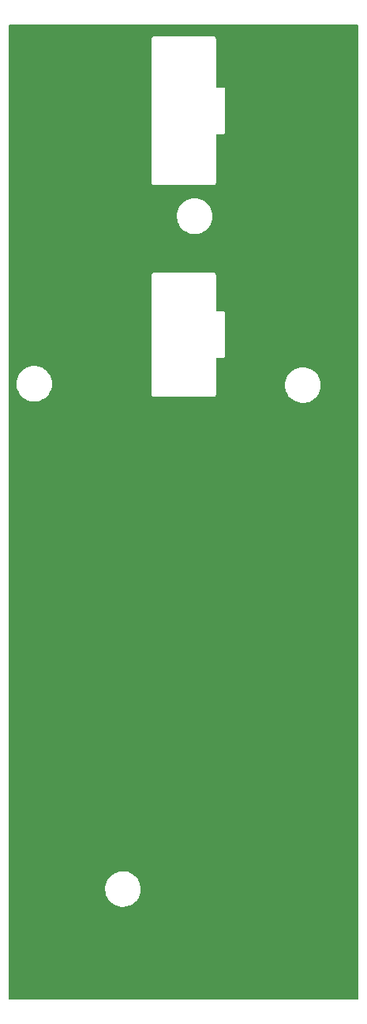
<source format=gtl>
%TF.GenerationSoftware,KiCad,Pcbnew,5.99.0-unknown-909dca71c~104~ubuntu18.04.1*%
%TF.CreationDate,2021-01-02T13:38:36-05:00*%
%TF.ProjectId,881_back_panel,3838315f-6261-4636-9b5f-70616e656c2e,rev?*%
%TF.SameCoordinates,Original*%
%TF.FileFunction,Copper,L1,Top*%
%TF.FilePolarity,Positive*%
%FSLAX46Y46*%
G04 Gerber Fmt 4.6, Leading zero omitted, Abs format (unit mm)*
G04 Created by KiCad (PCBNEW 5.99.0-unknown-909dca71c~104~ubuntu18.04.1) date 2021-01-02 13:38:36*
%MOMM*%
%LPD*%
G01*
G04 APERTURE LIST*
G04 APERTURE END LIST*
%TA.AperFunction,NonConductor*%
G36*
X149188121Y-55274002D02*
G01*
X149234614Y-55327658D01*
X149246000Y-55380000D01*
X149246001Y-159620000D01*
X149225999Y-159688121D01*
X149172343Y-159734614D01*
X149120001Y-159746000D01*
X111880000Y-159746000D01*
X111811879Y-159725998D01*
X111765386Y-159672342D01*
X111754000Y-159620000D01*
X111754000Y-147986643D01*
X122091966Y-147986643D01*
X122092501Y-147991161D01*
X122092501Y-147991167D01*
X122093936Y-148003291D01*
X122124459Y-148261172D01*
X122196241Y-148528135D01*
X122305809Y-148781940D01*
X122450868Y-149017269D01*
X122628379Y-149229193D01*
X122834623Y-149413273D01*
X123065280Y-149565652D01*
X123082520Y-149573746D01*
X123311382Y-149681198D01*
X123311387Y-149681200D01*
X123315517Y-149683139D01*
X123580094Y-149763271D01*
X123853467Y-149804371D01*
X123858032Y-149804391D01*
X123858033Y-149804391D01*
X123988161Y-149804959D01*
X124129909Y-149805577D01*
X124271027Y-149785618D01*
X124399113Y-149767503D01*
X124399115Y-149767503D01*
X124403630Y-149766864D01*
X124668896Y-149689044D01*
X124920150Y-149573746D01*
X125152127Y-149423385D01*
X125155553Y-149420381D01*
X125155559Y-149420376D01*
X125356534Y-149244125D01*
X125359970Y-149241112D01*
X125539323Y-149030745D01*
X125686430Y-148796691D01*
X125798209Y-148543852D01*
X125801417Y-148532325D01*
X125871094Y-148281926D01*
X125871095Y-148281921D01*
X125872318Y-148277526D01*
X125907205Y-148003291D01*
X125907656Y-147986643D01*
X125909915Y-147903137D01*
X125910000Y-147900000D01*
X125889994Y-147624280D01*
X125889010Y-147619822D01*
X125831381Y-147358795D01*
X125831380Y-147358791D01*
X125830396Y-147354335D01*
X125764186Y-147179577D01*
X125734072Y-147100092D01*
X125734071Y-147100089D01*
X125732454Y-147095822D01*
X125598220Y-146854154D01*
X125430505Y-146634396D01*
X125294982Y-146501913D01*
X125236092Y-146444344D01*
X125236087Y-146444340D01*
X125232824Y-146441150D01*
X125229130Y-146438461D01*
X125013008Y-146281150D01*
X125013002Y-146281146D01*
X125009317Y-146278464D01*
X125005284Y-146276342D01*
X125005279Y-146276339D01*
X124768704Y-146151871D01*
X124764667Y-146149747D01*
X124503998Y-146057695D01*
X124232770Y-146004237D01*
X124228213Y-146004010D01*
X124228212Y-146004010D01*
X123961236Y-145990719D01*
X123961230Y-145990719D01*
X123956667Y-145990492D01*
X123681472Y-146016748D01*
X123677038Y-146017833D01*
X123677032Y-146017834D01*
X123507919Y-146059216D01*
X123412949Y-146082455D01*
X123408723Y-146084167D01*
X123408719Y-146084168D01*
X123246813Y-146149747D01*
X123156724Y-146186237D01*
X122918164Y-146325919D01*
X122702267Y-146498576D01*
X122513556Y-146700591D01*
X122355983Y-146927731D01*
X122353953Y-146931812D01*
X122272359Y-147095822D01*
X122232849Y-147175239D01*
X122146735Y-147437929D01*
X122099444Y-147710299D01*
X122091966Y-147986643D01*
X111754000Y-147986643D01*
X111754000Y-93836643D01*
X112591966Y-93836643D01*
X112592501Y-93841161D01*
X112592501Y-93841167D01*
X112609720Y-93986643D01*
X112624459Y-94111172D01*
X112696241Y-94378135D01*
X112805809Y-94631940D01*
X112950868Y-94867269D01*
X113128379Y-95079193D01*
X113198419Y-95141706D01*
X113313170Y-95244125D01*
X113334623Y-95263273D01*
X113565280Y-95415652D01*
X113680264Y-95469637D01*
X113811382Y-95531198D01*
X113811387Y-95531200D01*
X113815517Y-95533139D01*
X114080094Y-95613271D01*
X114353467Y-95654371D01*
X114358032Y-95654391D01*
X114358033Y-95654391D01*
X114488161Y-95654959D01*
X114629909Y-95655577D01*
X114771027Y-95635618D01*
X114899113Y-95617503D01*
X114899115Y-95617503D01*
X114903630Y-95616864D01*
X115168896Y-95539044D01*
X115420150Y-95423746D01*
X115652127Y-95273385D01*
X115655553Y-95270381D01*
X115655559Y-95270376D01*
X115856534Y-95094125D01*
X115859970Y-95091112D01*
X115919943Y-95020769D01*
X116036369Y-94884210D01*
X116036370Y-94884209D01*
X116039323Y-94880745D01*
X116186430Y-94646691D01*
X116298209Y-94393852D01*
X116301417Y-94382325D01*
X116371094Y-94131926D01*
X116371095Y-94131921D01*
X116372318Y-94127526D01*
X116407205Y-93853291D01*
X116407656Y-93836643D01*
X116409915Y-93753137D01*
X116410000Y-93750000D01*
X116389994Y-93474280D01*
X116382960Y-93442421D01*
X116331381Y-93208795D01*
X116331380Y-93208791D01*
X116330396Y-93204335D01*
X116264186Y-93029577D01*
X116234072Y-92950092D01*
X116234071Y-92950089D01*
X116232454Y-92945822D01*
X116098220Y-92704154D01*
X115930505Y-92484396D01*
X115794982Y-92351913D01*
X115736092Y-92294344D01*
X115736087Y-92294340D01*
X115732824Y-92291150D01*
X115729130Y-92288461D01*
X115513008Y-92131150D01*
X115513002Y-92131146D01*
X115509317Y-92128464D01*
X115505284Y-92126342D01*
X115505279Y-92126339D01*
X115268704Y-92001871D01*
X115264667Y-91999747D01*
X115003998Y-91907695D01*
X114732770Y-91854237D01*
X114728213Y-91854010D01*
X114728212Y-91854010D01*
X114461236Y-91840719D01*
X114461230Y-91840719D01*
X114456667Y-91840492D01*
X114181472Y-91866748D01*
X114177038Y-91867833D01*
X114177032Y-91867834D01*
X114007919Y-91909216D01*
X113912949Y-91932455D01*
X113908723Y-91934167D01*
X113908719Y-91934168D01*
X113660953Y-92034524D01*
X113656724Y-92036237D01*
X113418164Y-92175919D01*
X113202267Y-92348576D01*
X113013556Y-92550591D01*
X112855983Y-92777731D01*
X112792759Y-92904816D01*
X112772359Y-92945822D01*
X112732849Y-93025239D01*
X112731427Y-93029577D01*
X112682255Y-93179577D01*
X112646735Y-93287929D01*
X112599444Y-93560299D01*
X112591966Y-93836643D01*
X111754000Y-93836643D01*
X111754000Y-82100000D01*
X127066000Y-82100000D01*
X127068421Y-82112171D01*
X127068421Y-82112172D01*
X127068580Y-82112971D01*
X127071001Y-82137552D01*
X127071000Y-94862453D01*
X127068579Y-94887033D01*
X127066000Y-94900000D01*
X127085715Y-94999115D01*
X127139221Y-95079193D01*
X127141859Y-95083141D01*
X127152175Y-95090034D01*
X127215565Y-95132390D01*
X127215567Y-95132391D01*
X127225885Y-95139285D01*
X127325000Y-95159000D01*
X127337171Y-95156579D01*
X127337173Y-95156579D01*
X127337967Y-95156421D01*
X127362547Y-95154000D01*
X133687453Y-95154000D01*
X133712033Y-95156421D01*
X133712827Y-95156579D01*
X133712829Y-95156579D01*
X133725000Y-95159000D01*
X133737171Y-95156579D01*
X133737966Y-95156421D01*
X133750137Y-95154000D01*
X133824115Y-95139285D01*
X133834433Y-95132391D01*
X133834435Y-95132390D01*
X133897825Y-95090034D01*
X133908141Y-95083141D01*
X133915034Y-95072825D01*
X133957390Y-95009435D01*
X133957391Y-95009433D01*
X133964285Y-94999115D01*
X133984000Y-94900000D01*
X133981421Y-94887033D01*
X133979000Y-94862453D01*
X133979000Y-93986643D01*
X141391966Y-93986643D01*
X141392501Y-93991161D01*
X141392501Y-93991167D01*
X141415520Y-94185648D01*
X141424459Y-94261172D01*
X141496241Y-94528135D01*
X141605809Y-94781940D01*
X141608200Y-94785818D01*
X141608200Y-94785819D01*
X141739678Y-94999115D01*
X141750868Y-95017269D01*
X141928379Y-95229193D01*
X142134623Y-95413273D01*
X142365280Y-95565652D01*
X142382520Y-95573746D01*
X142611382Y-95681198D01*
X142611387Y-95681200D01*
X142615517Y-95683139D01*
X142880094Y-95763271D01*
X143153467Y-95804371D01*
X143158032Y-95804391D01*
X143158033Y-95804391D01*
X143288161Y-95804959D01*
X143429909Y-95805577D01*
X143571027Y-95785618D01*
X143699113Y-95767503D01*
X143699115Y-95767503D01*
X143703630Y-95766864D01*
X143968896Y-95689044D01*
X144220150Y-95573746D01*
X144452127Y-95423385D01*
X144455553Y-95420381D01*
X144455559Y-95420376D01*
X144602675Y-95291358D01*
X144659970Y-95241112D01*
X144729977Y-95159000D01*
X144836369Y-95034210D01*
X144836370Y-95034209D01*
X144839323Y-95030745D01*
X144986430Y-94796691D01*
X145098209Y-94543852D01*
X145101417Y-94532325D01*
X145171094Y-94281926D01*
X145171095Y-94281921D01*
X145172318Y-94277526D01*
X145207205Y-94003291D01*
X145207656Y-93986643D01*
X145209915Y-93903137D01*
X145210000Y-93900000D01*
X145189994Y-93624280D01*
X145176875Y-93564857D01*
X145131381Y-93358795D01*
X145131380Y-93358791D01*
X145130396Y-93354335D01*
X145064186Y-93179577D01*
X145034072Y-93100092D01*
X145034071Y-93100089D01*
X145032454Y-93095822D01*
X144898220Y-92854154D01*
X144730505Y-92634396D01*
X144644777Y-92550591D01*
X144536092Y-92444344D01*
X144536087Y-92444340D01*
X144532824Y-92441150D01*
X144529130Y-92438461D01*
X144313008Y-92281150D01*
X144313002Y-92281146D01*
X144309317Y-92278464D01*
X144305284Y-92276342D01*
X144305279Y-92276339D01*
X144068704Y-92151871D01*
X144064667Y-92149747D01*
X143803998Y-92057695D01*
X143532770Y-92004237D01*
X143528213Y-92004010D01*
X143528212Y-92004010D01*
X143261236Y-91990719D01*
X143261230Y-91990719D01*
X143256667Y-91990492D01*
X142981472Y-92016748D01*
X142977038Y-92017833D01*
X142977032Y-92017834D01*
X142807919Y-92059216D01*
X142712949Y-92082455D01*
X142708723Y-92084167D01*
X142708719Y-92084168D01*
X142546813Y-92149747D01*
X142456724Y-92186237D01*
X142218164Y-92325919D01*
X142193399Y-92345724D01*
X142015457Y-92488028D01*
X142002267Y-92498576D01*
X141813556Y-92700591D01*
X141655983Y-92927731D01*
X141646983Y-92945822D01*
X141572359Y-93095822D01*
X141532849Y-93175239D01*
X141446735Y-93437929D01*
X141399444Y-93710299D01*
X141391966Y-93986643D01*
X133979000Y-93986643D01*
X133979000Y-91130000D01*
X133999002Y-91061879D01*
X134052658Y-91015386D01*
X134105000Y-91004000D01*
X134687453Y-91004000D01*
X134712033Y-91006421D01*
X134712827Y-91006579D01*
X134712829Y-91006579D01*
X134725000Y-91009000D01*
X134737171Y-91006579D01*
X134737966Y-91006421D01*
X134750137Y-91004000D01*
X134824115Y-90989285D01*
X134834433Y-90982391D01*
X134834435Y-90982390D01*
X134897825Y-90940034D01*
X134908141Y-90933141D01*
X134915034Y-90922825D01*
X134957390Y-90859435D01*
X134957391Y-90859433D01*
X134964285Y-90849115D01*
X134984000Y-90750000D01*
X134981421Y-90737033D01*
X134979000Y-90712453D01*
X134979000Y-86287547D01*
X134981421Y-86262965D01*
X134981579Y-86262171D01*
X134984000Y-86250000D01*
X134964285Y-86150885D01*
X134957391Y-86140567D01*
X134957390Y-86140565D01*
X134915034Y-86077175D01*
X134908141Y-86066859D01*
X134897825Y-86059966D01*
X134834435Y-86017610D01*
X134834433Y-86017609D01*
X134824115Y-86010715D01*
X134750137Y-85996000D01*
X134725000Y-85991000D01*
X134712829Y-85993421D01*
X134712827Y-85993421D01*
X134712033Y-85993579D01*
X134687453Y-85996000D01*
X134105000Y-85996000D01*
X134036879Y-85975998D01*
X133990386Y-85922342D01*
X133979000Y-85870000D01*
X133979000Y-82137547D01*
X133981421Y-82112967D01*
X133981579Y-82112173D01*
X133981579Y-82112171D01*
X133984000Y-82100000D01*
X133964285Y-82000885D01*
X133957391Y-81990567D01*
X133957390Y-81990565D01*
X133915034Y-81927175D01*
X133908141Y-81916859D01*
X133897825Y-81909966D01*
X133834435Y-81867610D01*
X133834433Y-81867609D01*
X133824115Y-81860715D01*
X133750137Y-81846000D01*
X133725000Y-81841000D01*
X133712829Y-81843421D01*
X133712827Y-81843421D01*
X133712033Y-81843579D01*
X133687453Y-81846000D01*
X127362547Y-81846000D01*
X127337967Y-81843579D01*
X127337173Y-81843421D01*
X127337171Y-81843421D01*
X127325000Y-81841000D01*
X127299863Y-81846000D01*
X127225885Y-81860715D01*
X127215567Y-81867609D01*
X127215565Y-81867610D01*
X127152175Y-81909966D01*
X127141859Y-81916859D01*
X127134966Y-81927175D01*
X127092610Y-81990565D01*
X127092609Y-81990567D01*
X127085715Y-82000885D01*
X127066000Y-82100000D01*
X111754000Y-82100000D01*
X111754000Y-75886643D01*
X129791966Y-75886643D01*
X129792501Y-75891161D01*
X129792501Y-75891167D01*
X129793936Y-75903291D01*
X129824459Y-76161172D01*
X129896241Y-76428135D01*
X130005809Y-76681940D01*
X130150868Y-76917269D01*
X130328379Y-77129193D01*
X130534623Y-77313273D01*
X130765280Y-77465652D01*
X130782520Y-77473746D01*
X131011382Y-77581198D01*
X131011387Y-77581200D01*
X131015517Y-77583139D01*
X131280094Y-77663271D01*
X131553467Y-77704371D01*
X131558032Y-77704391D01*
X131558033Y-77704391D01*
X131688161Y-77704959D01*
X131829909Y-77705577D01*
X131971027Y-77685618D01*
X132099113Y-77667503D01*
X132099115Y-77667503D01*
X132103630Y-77666864D01*
X132368896Y-77589044D01*
X132620150Y-77473746D01*
X132852127Y-77323385D01*
X132855553Y-77320381D01*
X132855559Y-77320376D01*
X133056534Y-77144125D01*
X133059970Y-77141112D01*
X133239323Y-76930745D01*
X133386430Y-76696691D01*
X133498209Y-76443852D01*
X133501417Y-76432325D01*
X133571094Y-76181926D01*
X133571095Y-76181921D01*
X133572318Y-76177526D01*
X133607205Y-75903291D01*
X133607656Y-75886643D01*
X133609915Y-75803137D01*
X133610000Y-75800000D01*
X133589994Y-75524280D01*
X133589010Y-75519822D01*
X133531381Y-75258795D01*
X133531380Y-75258791D01*
X133530396Y-75254335D01*
X133464186Y-75079577D01*
X133434072Y-75000092D01*
X133434071Y-75000089D01*
X133432454Y-74995822D01*
X133298220Y-74754154D01*
X133130505Y-74534396D01*
X132994982Y-74401913D01*
X132936092Y-74344344D01*
X132936087Y-74344340D01*
X132932824Y-74341150D01*
X132929130Y-74338461D01*
X132713008Y-74181150D01*
X132713002Y-74181146D01*
X132709317Y-74178464D01*
X132705284Y-74176342D01*
X132705279Y-74176339D01*
X132468704Y-74051871D01*
X132464667Y-74049747D01*
X132203998Y-73957695D01*
X131932770Y-73904237D01*
X131928213Y-73904010D01*
X131928212Y-73904010D01*
X131661236Y-73890719D01*
X131661230Y-73890719D01*
X131656667Y-73890492D01*
X131381472Y-73916748D01*
X131377038Y-73917833D01*
X131377032Y-73917834D01*
X131207919Y-73959216D01*
X131112949Y-73982455D01*
X131108723Y-73984167D01*
X131108719Y-73984168D01*
X130946813Y-74049747D01*
X130856724Y-74086237D01*
X130618164Y-74225919D01*
X130402267Y-74398576D01*
X130213556Y-74600591D01*
X130055983Y-74827731D01*
X130053953Y-74831812D01*
X129972359Y-74995822D01*
X129932849Y-75075239D01*
X129846735Y-75337929D01*
X129799444Y-75610299D01*
X129791966Y-75886643D01*
X111754000Y-75886643D01*
X111754000Y-56800000D01*
X127066000Y-56800000D01*
X127068421Y-56812171D01*
X127068421Y-56812172D01*
X127068580Y-56812971D01*
X127071001Y-56837552D01*
X127071000Y-72162453D01*
X127068579Y-72187033D01*
X127066000Y-72200000D01*
X127085715Y-72299115D01*
X127092609Y-72309433D01*
X127092610Y-72309435D01*
X127134966Y-72372825D01*
X127141859Y-72383141D01*
X127152175Y-72390034D01*
X127215565Y-72432390D01*
X127215567Y-72432391D01*
X127225885Y-72439285D01*
X127325000Y-72459000D01*
X127337171Y-72456579D01*
X127337173Y-72456579D01*
X127337967Y-72456421D01*
X127362547Y-72454000D01*
X133687453Y-72454000D01*
X133712033Y-72456421D01*
X133712827Y-72456579D01*
X133712829Y-72456579D01*
X133725000Y-72459000D01*
X133737171Y-72456579D01*
X133737966Y-72456421D01*
X133750137Y-72454000D01*
X133824115Y-72439285D01*
X133834433Y-72432391D01*
X133834435Y-72432390D01*
X133897825Y-72390034D01*
X133908141Y-72383141D01*
X133915034Y-72372825D01*
X133957390Y-72309435D01*
X133957391Y-72309433D01*
X133964285Y-72299115D01*
X133984000Y-72200000D01*
X133981421Y-72187033D01*
X133979000Y-72162453D01*
X133979000Y-67130000D01*
X133999002Y-67061879D01*
X134052658Y-67015386D01*
X134105000Y-67004000D01*
X134687453Y-67004000D01*
X134712033Y-67006421D01*
X134712827Y-67006579D01*
X134712829Y-67006579D01*
X134725000Y-67009000D01*
X134737171Y-67006579D01*
X134737966Y-67006421D01*
X134750137Y-67004000D01*
X134824115Y-66989285D01*
X134834433Y-66982391D01*
X134834435Y-66982390D01*
X134897825Y-66940034D01*
X134908141Y-66933141D01*
X134915034Y-66922825D01*
X134957390Y-66859435D01*
X134957391Y-66859433D01*
X134964285Y-66849115D01*
X134984000Y-66750000D01*
X134981421Y-66737033D01*
X134979000Y-66712453D01*
X134979000Y-62287547D01*
X134981421Y-62262965D01*
X134981579Y-62262171D01*
X134984000Y-62250000D01*
X134964285Y-62150885D01*
X134957391Y-62140567D01*
X134957390Y-62140565D01*
X134915034Y-62077175D01*
X134908141Y-62066859D01*
X134897825Y-62059966D01*
X134834435Y-62017610D01*
X134834433Y-62017609D01*
X134824115Y-62010715D01*
X134750137Y-61996000D01*
X134725000Y-61991000D01*
X134712829Y-61993421D01*
X134712827Y-61993421D01*
X134712033Y-61993579D01*
X134687453Y-61996000D01*
X134105000Y-61996000D01*
X134036879Y-61975998D01*
X133990386Y-61922342D01*
X133979000Y-61870000D01*
X133979000Y-56837547D01*
X133981421Y-56812967D01*
X133981579Y-56812173D01*
X133981579Y-56812171D01*
X133984000Y-56800000D01*
X133964285Y-56700885D01*
X133957391Y-56690567D01*
X133957390Y-56690565D01*
X133915034Y-56627175D01*
X133908141Y-56616859D01*
X133897825Y-56609966D01*
X133834435Y-56567610D01*
X133834433Y-56567609D01*
X133824115Y-56560715D01*
X133750137Y-56546000D01*
X133725000Y-56541000D01*
X133712829Y-56543421D01*
X133712827Y-56543421D01*
X133712033Y-56543579D01*
X133687453Y-56546000D01*
X127362547Y-56546000D01*
X127337967Y-56543579D01*
X127337173Y-56543421D01*
X127337171Y-56543421D01*
X127325000Y-56541000D01*
X127299863Y-56546000D01*
X127225885Y-56560715D01*
X127215567Y-56567609D01*
X127215565Y-56567610D01*
X127152175Y-56609966D01*
X127141859Y-56616859D01*
X127134966Y-56627175D01*
X127092610Y-56690565D01*
X127092609Y-56690567D01*
X127085715Y-56700885D01*
X127066000Y-56800000D01*
X111754000Y-56800000D01*
X111754000Y-55380000D01*
X111774002Y-55311879D01*
X111827658Y-55265386D01*
X111880000Y-55254000D01*
X149120000Y-55254000D01*
X149188121Y-55274002D01*
G37*
%TD.AperFunction*%
%TA.AperFunction,NonConductor*%
G36*
X149188121Y-55274002D02*
G01*
X149234614Y-55327658D01*
X149246000Y-55380000D01*
X149246001Y-159620000D01*
X149225999Y-159688121D01*
X149172343Y-159734614D01*
X149120001Y-159746000D01*
X111880000Y-159746000D01*
X111811879Y-159725998D01*
X111765386Y-159672342D01*
X111754000Y-159620000D01*
X111754000Y-147986643D01*
X122091966Y-147986643D01*
X122092501Y-147991161D01*
X122092501Y-147991167D01*
X122093936Y-148003291D01*
X122124459Y-148261172D01*
X122196241Y-148528135D01*
X122305809Y-148781940D01*
X122450868Y-149017269D01*
X122628379Y-149229193D01*
X122834623Y-149413273D01*
X123065280Y-149565652D01*
X123082520Y-149573746D01*
X123311382Y-149681198D01*
X123311387Y-149681200D01*
X123315517Y-149683139D01*
X123580094Y-149763271D01*
X123853467Y-149804371D01*
X123858032Y-149804391D01*
X123858033Y-149804391D01*
X123988161Y-149804959D01*
X124129909Y-149805577D01*
X124271027Y-149785618D01*
X124399113Y-149767503D01*
X124399115Y-149767503D01*
X124403630Y-149766864D01*
X124668896Y-149689044D01*
X124920150Y-149573746D01*
X125152127Y-149423385D01*
X125155553Y-149420381D01*
X125155559Y-149420376D01*
X125356534Y-149244125D01*
X125359970Y-149241112D01*
X125539323Y-149030745D01*
X125686430Y-148796691D01*
X125798209Y-148543852D01*
X125801417Y-148532325D01*
X125871094Y-148281926D01*
X125871095Y-148281921D01*
X125872318Y-148277526D01*
X125907205Y-148003291D01*
X125907656Y-147986643D01*
X125909915Y-147903137D01*
X125910000Y-147900000D01*
X125889994Y-147624280D01*
X125889010Y-147619822D01*
X125831381Y-147358795D01*
X125831380Y-147358791D01*
X125830396Y-147354335D01*
X125764186Y-147179577D01*
X125734072Y-147100092D01*
X125734071Y-147100089D01*
X125732454Y-147095822D01*
X125598220Y-146854154D01*
X125430505Y-146634396D01*
X125294982Y-146501913D01*
X125236092Y-146444344D01*
X125236087Y-146444340D01*
X125232824Y-146441150D01*
X125229130Y-146438461D01*
X125013008Y-146281150D01*
X125013002Y-146281146D01*
X125009317Y-146278464D01*
X125005284Y-146276342D01*
X125005279Y-146276339D01*
X124768704Y-146151871D01*
X124764667Y-146149747D01*
X124503998Y-146057695D01*
X124232770Y-146004237D01*
X124228213Y-146004010D01*
X124228212Y-146004010D01*
X123961236Y-145990719D01*
X123961230Y-145990719D01*
X123956667Y-145990492D01*
X123681472Y-146016748D01*
X123677038Y-146017833D01*
X123677032Y-146017834D01*
X123507919Y-146059216D01*
X123412949Y-146082455D01*
X123408723Y-146084167D01*
X123408719Y-146084168D01*
X123246813Y-146149747D01*
X123156724Y-146186237D01*
X122918164Y-146325919D01*
X122702267Y-146498576D01*
X122513556Y-146700591D01*
X122355983Y-146927731D01*
X122353953Y-146931812D01*
X122272359Y-147095822D01*
X122232849Y-147175239D01*
X122146735Y-147437929D01*
X122099444Y-147710299D01*
X122091966Y-147986643D01*
X111754000Y-147986643D01*
X111754000Y-93836643D01*
X112591966Y-93836643D01*
X112592501Y-93841161D01*
X112592501Y-93841167D01*
X112609720Y-93986643D01*
X112624459Y-94111172D01*
X112696241Y-94378135D01*
X112805809Y-94631940D01*
X112950868Y-94867269D01*
X113128379Y-95079193D01*
X113198419Y-95141706D01*
X113313170Y-95244125D01*
X113334623Y-95263273D01*
X113565280Y-95415652D01*
X113680264Y-95469637D01*
X113811382Y-95531198D01*
X113811387Y-95531200D01*
X113815517Y-95533139D01*
X114080094Y-95613271D01*
X114353467Y-95654371D01*
X114358032Y-95654391D01*
X114358033Y-95654391D01*
X114488161Y-95654959D01*
X114629909Y-95655577D01*
X114771027Y-95635618D01*
X114899113Y-95617503D01*
X114899115Y-95617503D01*
X114903630Y-95616864D01*
X115168896Y-95539044D01*
X115420150Y-95423746D01*
X115652127Y-95273385D01*
X115655553Y-95270381D01*
X115655559Y-95270376D01*
X115856534Y-95094125D01*
X115859970Y-95091112D01*
X115919943Y-95020769D01*
X116036369Y-94884210D01*
X116036370Y-94884209D01*
X116039323Y-94880745D01*
X116186430Y-94646691D01*
X116298209Y-94393852D01*
X116301417Y-94382325D01*
X116371094Y-94131926D01*
X116371095Y-94131921D01*
X116372318Y-94127526D01*
X116407205Y-93853291D01*
X116407656Y-93836643D01*
X116409915Y-93753137D01*
X116410000Y-93750000D01*
X116389994Y-93474280D01*
X116382960Y-93442421D01*
X116331381Y-93208795D01*
X116331380Y-93208791D01*
X116330396Y-93204335D01*
X116264186Y-93029577D01*
X116234072Y-92950092D01*
X116234071Y-92950089D01*
X116232454Y-92945822D01*
X116098220Y-92704154D01*
X115930505Y-92484396D01*
X115794982Y-92351913D01*
X115736092Y-92294344D01*
X115736087Y-92294340D01*
X115732824Y-92291150D01*
X115729130Y-92288461D01*
X115513008Y-92131150D01*
X115513002Y-92131146D01*
X115509317Y-92128464D01*
X115505284Y-92126342D01*
X115505279Y-92126339D01*
X115268704Y-92001871D01*
X115264667Y-91999747D01*
X115003998Y-91907695D01*
X114732770Y-91854237D01*
X114728213Y-91854010D01*
X114728212Y-91854010D01*
X114461236Y-91840719D01*
X114461230Y-91840719D01*
X114456667Y-91840492D01*
X114181472Y-91866748D01*
X114177038Y-91867833D01*
X114177032Y-91867834D01*
X114007919Y-91909216D01*
X113912949Y-91932455D01*
X113908723Y-91934167D01*
X113908719Y-91934168D01*
X113660953Y-92034524D01*
X113656724Y-92036237D01*
X113418164Y-92175919D01*
X113202267Y-92348576D01*
X113013556Y-92550591D01*
X112855983Y-92777731D01*
X112792759Y-92904816D01*
X112772359Y-92945822D01*
X112732849Y-93025239D01*
X112731427Y-93029577D01*
X112682255Y-93179577D01*
X112646735Y-93287929D01*
X112599444Y-93560299D01*
X112591966Y-93836643D01*
X111754000Y-93836643D01*
X111754000Y-82100000D01*
X127066000Y-82100000D01*
X127068421Y-82112171D01*
X127068421Y-82112172D01*
X127068580Y-82112971D01*
X127071001Y-82137552D01*
X127071000Y-94862453D01*
X127068579Y-94887033D01*
X127066000Y-94900000D01*
X127085715Y-94999115D01*
X127139221Y-95079193D01*
X127141859Y-95083141D01*
X127152175Y-95090034D01*
X127215565Y-95132390D01*
X127215567Y-95132391D01*
X127225885Y-95139285D01*
X127325000Y-95159000D01*
X127337171Y-95156579D01*
X127337173Y-95156579D01*
X127337967Y-95156421D01*
X127362547Y-95154000D01*
X133687453Y-95154000D01*
X133712033Y-95156421D01*
X133712827Y-95156579D01*
X133712829Y-95156579D01*
X133725000Y-95159000D01*
X133737171Y-95156579D01*
X133737966Y-95156421D01*
X133750137Y-95154000D01*
X133824115Y-95139285D01*
X133834433Y-95132391D01*
X133834435Y-95132390D01*
X133897825Y-95090034D01*
X133908141Y-95083141D01*
X133915034Y-95072825D01*
X133957390Y-95009435D01*
X133957391Y-95009433D01*
X133964285Y-94999115D01*
X133984000Y-94900000D01*
X133981421Y-94887033D01*
X133979000Y-94862453D01*
X133979000Y-93986643D01*
X141391966Y-93986643D01*
X141392501Y-93991161D01*
X141392501Y-93991167D01*
X141415520Y-94185648D01*
X141424459Y-94261172D01*
X141496241Y-94528135D01*
X141605809Y-94781940D01*
X141608200Y-94785818D01*
X141608200Y-94785819D01*
X141739678Y-94999115D01*
X141750868Y-95017269D01*
X141928379Y-95229193D01*
X142134623Y-95413273D01*
X142365280Y-95565652D01*
X142382520Y-95573746D01*
X142611382Y-95681198D01*
X142611387Y-95681200D01*
X142615517Y-95683139D01*
X142880094Y-95763271D01*
X143153467Y-95804371D01*
X143158032Y-95804391D01*
X143158033Y-95804391D01*
X143288161Y-95804959D01*
X143429909Y-95805577D01*
X143571027Y-95785618D01*
X143699113Y-95767503D01*
X143699115Y-95767503D01*
X143703630Y-95766864D01*
X143968896Y-95689044D01*
X144220150Y-95573746D01*
X144452127Y-95423385D01*
X144455553Y-95420381D01*
X144455559Y-95420376D01*
X144602675Y-95291358D01*
X144659970Y-95241112D01*
X144729977Y-95159000D01*
X144836369Y-95034210D01*
X144836370Y-95034209D01*
X144839323Y-95030745D01*
X144986430Y-94796691D01*
X145098209Y-94543852D01*
X145101417Y-94532325D01*
X145171094Y-94281926D01*
X145171095Y-94281921D01*
X145172318Y-94277526D01*
X145207205Y-94003291D01*
X145207656Y-93986643D01*
X145209915Y-93903137D01*
X145210000Y-93900000D01*
X145189994Y-93624280D01*
X145176875Y-93564857D01*
X145131381Y-93358795D01*
X145131380Y-93358791D01*
X145130396Y-93354335D01*
X145064186Y-93179577D01*
X145034072Y-93100092D01*
X145034071Y-93100089D01*
X145032454Y-93095822D01*
X144898220Y-92854154D01*
X144730505Y-92634396D01*
X144644777Y-92550591D01*
X144536092Y-92444344D01*
X144536087Y-92444340D01*
X144532824Y-92441150D01*
X144529130Y-92438461D01*
X144313008Y-92281150D01*
X144313002Y-92281146D01*
X144309317Y-92278464D01*
X144305284Y-92276342D01*
X144305279Y-92276339D01*
X144068704Y-92151871D01*
X144064667Y-92149747D01*
X143803998Y-92057695D01*
X143532770Y-92004237D01*
X143528213Y-92004010D01*
X143528212Y-92004010D01*
X143261236Y-91990719D01*
X143261230Y-91990719D01*
X143256667Y-91990492D01*
X142981472Y-92016748D01*
X142977038Y-92017833D01*
X142977032Y-92017834D01*
X142807919Y-92059216D01*
X142712949Y-92082455D01*
X142708723Y-92084167D01*
X142708719Y-92084168D01*
X142546813Y-92149747D01*
X142456724Y-92186237D01*
X142218164Y-92325919D01*
X142193399Y-92345724D01*
X142015457Y-92488028D01*
X142002267Y-92498576D01*
X141813556Y-92700591D01*
X141655983Y-92927731D01*
X141646983Y-92945822D01*
X141572359Y-93095822D01*
X141532849Y-93175239D01*
X141446735Y-93437929D01*
X141399444Y-93710299D01*
X141391966Y-93986643D01*
X133979000Y-93986643D01*
X133979000Y-91130000D01*
X133999002Y-91061879D01*
X134052658Y-91015386D01*
X134105000Y-91004000D01*
X134687453Y-91004000D01*
X134712033Y-91006421D01*
X134712827Y-91006579D01*
X134712829Y-91006579D01*
X134725000Y-91009000D01*
X134737171Y-91006579D01*
X134737966Y-91006421D01*
X134750137Y-91004000D01*
X134824115Y-90989285D01*
X134834433Y-90982391D01*
X134834435Y-90982390D01*
X134897825Y-90940034D01*
X134908141Y-90933141D01*
X134915034Y-90922825D01*
X134957390Y-90859435D01*
X134957391Y-90859433D01*
X134964285Y-90849115D01*
X134984000Y-90750000D01*
X134981421Y-90737033D01*
X134979000Y-90712453D01*
X134979000Y-86287547D01*
X134981421Y-86262965D01*
X134981579Y-86262171D01*
X134984000Y-86250000D01*
X134964285Y-86150885D01*
X134957391Y-86140567D01*
X134957390Y-86140565D01*
X134915034Y-86077175D01*
X134908141Y-86066859D01*
X134897825Y-86059966D01*
X134834435Y-86017610D01*
X134834433Y-86017609D01*
X134824115Y-86010715D01*
X134750137Y-85996000D01*
X134725000Y-85991000D01*
X134712829Y-85993421D01*
X134712827Y-85993421D01*
X134712033Y-85993579D01*
X134687453Y-85996000D01*
X134105000Y-85996000D01*
X134036879Y-85975998D01*
X133990386Y-85922342D01*
X133979000Y-85870000D01*
X133979000Y-82137547D01*
X133981421Y-82112967D01*
X133981579Y-82112173D01*
X133981579Y-82112171D01*
X133984000Y-82100000D01*
X133964285Y-82000885D01*
X133957391Y-81990567D01*
X133957390Y-81990565D01*
X133915034Y-81927175D01*
X133908141Y-81916859D01*
X133897825Y-81909966D01*
X133834435Y-81867610D01*
X133834433Y-81867609D01*
X133824115Y-81860715D01*
X133750137Y-81846000D01*
X133725000Y-81841000D01*
X133712829Y-81843421D01*
X133712827Y-81843421D01*
X133712033Y-81843579D01*
X133687453Y-81846000D01*
X127362547Y-81846000D01*
X127337967Y-81843579D01*
X127337173Y-81843421D01*
X127337171Y-81843421D01*
X127325000Y-81841000D01*
X127299863Y-81846000D01*
X127225885Y-81860715D01*
X127215567Y-81867609D01*
X127215565Y-81867610D01*
X127152175Y-81909966D01*
X127141859Y-81916859D01*
X127134966Y-81927175D01*
X127092610Y-81990565D01*
X127092609Y-81990567D01*
X127085715Y-82000885D01*
X127066000Y-82100000D01*
X111754000Y-82100000D01*
X111754000Y-75886643D01*
X129791966Y-75886643D01*
X129792501Y-75891161D01*
X129792501Y-75891167D01*
X129793936Y-75903291D01*
X129824459Y-76161172D01*
X129896241Y-76428135D01*
X130005809Y-76681940D01*
X130150868Y-76917269D01*
X130328379Y-77129193D01*
X130534623Y-77313273D01*
X130765280Y-77465652D01*
X130782520Y-77473746D01*
X131011382Y-77581198D01*
X131011387Y-77581200D01*
X131015517Y-77583139D01*
X131280094Y-77663271D01*
X131553467Y-77704371D01*
X131558032Y-77704391D01*
X131558033Y-77704391D01*
X131688161Y-77704959D01*
X131829909Y-77705577D01*
X131971027Y-77685618D01*
X132099113Y-77667503D01*
X132099115Y-77667503D01*
X132103630Y-77666864D01*
X132368896Y-77589044D01*
X132620150Y-77473746D01*
X132852127Y-77323385D01*
X132855553Y-77320381D01*
X132855559Y-77320376D01*
X133056534Y-77144125D01*
X133059970Y-77141112D01*
X133239323Y-76930745D01*
X133386430Y-76696691D01*
X133498209Y-76443852D01*
X133501417Y-76432325D01*
X133571094Y-76181926D01*
X133571095Y-76181921D01*
X133572318Y-76177526D01*
X133607205Y-75903291D01*
X133607656Y-75886643D01*
X133609915Y-75803137D01*
X133610000Y-75800000D01*
X133589994Y-75524280D01*
X133589010Y-75519822D01*
X133531381Y-75258795D01*
X133531380Y-75258791D01*
X133530396Y-75254335D01*
X133464186Y-75079577D01*
X133434072Y-75000092D01*
X133434071Y-75000089D01*
X133432454Y-74995822D01*
X133298220Y-74754154D01*
X133130505Y-74534396D01*
X132994982Y-74401913D01*
X132936092Y-74344344D01*
X132936087Y-74344340D01*
X132932824Y-74341150D01*
X132929130Y-74338461D01*
X132713008Y-74181150D01*
X132713002Y-74181146D01*
X132709317Y-74178464D01*
X132705284Y-74176342D01*
X132705279Y-74176339D01*
X132468704Y-74051871D01*
X132464667Y-74049747D01*
X132203998Y-73957695D01*
X131932770Y-73904237D01*
X131928213Y-73904010D01*
X131928212Y-73904010D01*
X131661236Y-73890719D01*
X131661230Y-73890719D01*
X131656667Y-73890492D01*
X131381472Y-73916748D01*
X131377038Y-73917833D01*
X131377032Y-73917834D01*
X131207919Y-73959216D01*
X131112949Y-73982455D01*
X131108723Y-73984167D01*
X131108719Y-73984168D01*
X130946813Y-74049747D01*
X130856724Y-74086237D01*
X130618164Y-74225919D01*
X130402267Y-74398576D01*
X130213556Y-74600591D01*
X130055983Y-74827731D01*
X130053953Y-74831812D01*
X129972359Y-74995822D01*
X129932849Y-75075239D01*
X129846735Y-75337929D01*
X129799444Y-75610299D01*
X129791966Y-75886643D01*
X111754000Y-75886643D01*
X111754000Y-56800000D01*
X127066000Y-56800000D01*
X127068421Y-56812171D01*
X127068421Y-56812172D01*
X127068580Y-56812971D01*
X127071001Y-56837552D01*
X127071000Y-72162453D01*
X127068579Y-72187033D01*
X127066000Y-72200000D01*
X127085715Y-72299115D01*
X127092609Y-72309433D01*
X127092610Y-72309435D01*
X127134966Y-72372825D01*
X127141859Y-72383141D01*
X127152175Y-72390034D01*
X127215565Y-72432390D01*
X127215567Y-72432391D01*
X127225885Y-72439285D01*
X127325000Y-72459000D01*
X127337171Y-72456579D01*
X127337173Y-72456579D01*
X127337967Y-72456421D01*
X127362547Y-72454000D01*
X133687453Y-72454000D01*
X133712033Y-72456421D01*
X133712827Y-72456579D01*
X133712829Y-72456579D01*
X133725000Y-72459000D01*
X133737171Y-72456579D01*
X133737966Y-72456421D01*
X133750137Y-72454000D01*
X133824115Y-72439285D01*
X133834433Y-72432391D01*
X133834435Y-72432390D01*
X133897825Y-72390034D01*
X133908141Y-72383141D01*
X133915034Y-72372825D01*
X133957390Y-72309435D01*
X133957391Y-72309433D01*
X133964285Y-72299115D01*
X133984000Y-72200000D01*
X133981421Y-72187033D01*
X133979000Y-72162453D01*
X133979000Y-67130000D01*
X133999002Y-67061879D01*
X134052658Y-67015386D01*
X134105000Y-67004000D01*
X134687453Y-67004000D01*
X134712033Y-67006421D01*
X134712827Y-67006579D01*
X134712829Y-67006579D01*
X134725000Y-67009000D01*
X134737171Y-67006579D01*
X134737966Y-67006421D01*
X134750137Y-67004000D01*
X134824115Y-66989285D01*
X134834433Y-66982391D01*
X134834435Y-66982390D01*
X134897825Y-66940034D01*
X134908141Y-66933141D01*
X134915034Y-66922825D01*
X134957390Y-66859435D01*
X134957391Y-66859433D01*
X134964285Y-66849115D01*
X134984000Y-66750000D01*
X134981421Y-66737033D01*
X134979000Y-66712453D01*
X134979000Y-62287547D01*
X134981421Y-62262965D01*
X134981579Y-62262171D01*
X134984000Y-62250000D01*
X134964285Y-62150885D01*
X134957391Y-62140567D01*
X134957390Y-62140565D01*
X134915034Y-62077175D01*
X134908141Y-62066859D01*
X134897825Y-62059966D01*
X134834435Y-62017610D01*
X134834433Y-62017609D01*
X134824115Y-62010715D01*
X134750137Y-61996000D01*
X134725000Y-61991000D01*
X134712829Y-61993421D01*
X134712827Y-61993421D01*
X134712033Y-61993579D01*
X134687453Y-61996000D01*
X134105000Y-61996000D01*
X134036879Y-61975998D01*
X133990386Y-61922342D01*
X133979000Y-61870000D01*
X133979000Y-56837547D01*
X133981421Y-56812967D01*
X133981579Y-56812173D01*
X133981579Y-56812171D01*
X133984000Y-56800000D01*
X133964285Y-56700885D01*
X133957391Y-56690567D01*
X133957390Y-56690565D01*
X133915034Y-56627175D01*
X133908141Y-56616859D01*
X133897825Y-56609966D01*
X133834435Y-56567610D01*
X133834433Y-56567609D01*
X133824115Y-56560715D01*
X133750137Y-56546000D01*
X133725000Y-56541000D01*
X133712829Y-56543421D01*
X133712827Y-56543421D01*
X133712033Y-56543579D01*
X133687453Y-56546000D01*
X127362547Y-56546000D01*
X127337967Y-56543579D01*
X127337173Y-56543421D01*
X127337171Y-56543421D01*
X127325000Y-56541000D01*
X127299863Y-56546000D01*
X127225885Y-56560715D01*
X127215567Y-56567609D01*
X127215565Y-56567610D01*
X127152175Y-56609966D01*
X127141859Y-56616859D01*
X127134966Y-56627175D01*
X127092610Y-56690565D01*
X127092609Y-56690567D01*
X127085715Y-56700885D01*
X127066000Y-56800000D01*
X111754000Y-56800000D01*
X111754000Y-55380000D01*
X111774002Y-55311879D01*
X111827658Y-55265386D01*
X111880000Y-55254000D01*
X149120000Y-55254000D01*
X149188121Y-55274002D01*
G37*
%TD.AperFunction*%
M02*

</source>
